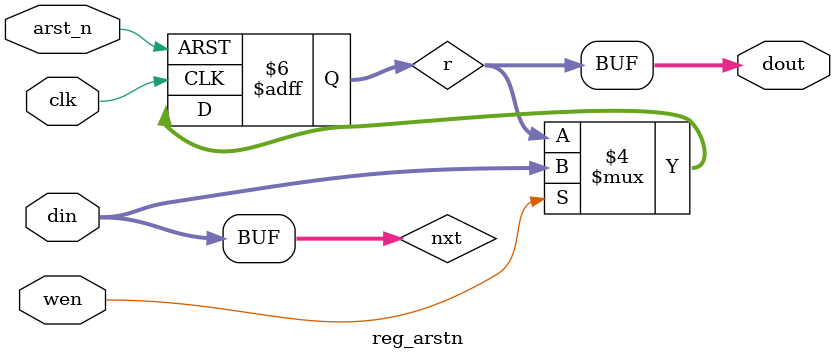
<source format=v>
`timescale 1ns/1ps
module reg_arstn #(
parameter integer DATA_W     = 20,
parameter integer PRESET_VAL = 'b0
   )(
      input                  clk,
      input                  arst_n,
      input  [ DATA_W-1:0]   din,
      output [ DATA_W-1:0]   dout,
      input 		     wen
);

reg [DATA_W-1:0] r,nxt;

always@(posedge clk, negedge arst_n)begin
   if(arst_n==0)begin
      r <= PRESET_VAL;
   end else begin
      if(wen)
        r <= nxt;
   end
end

always@(*) begin
   nxt = din;
end

assign dout = r;

endmodule

</source>
